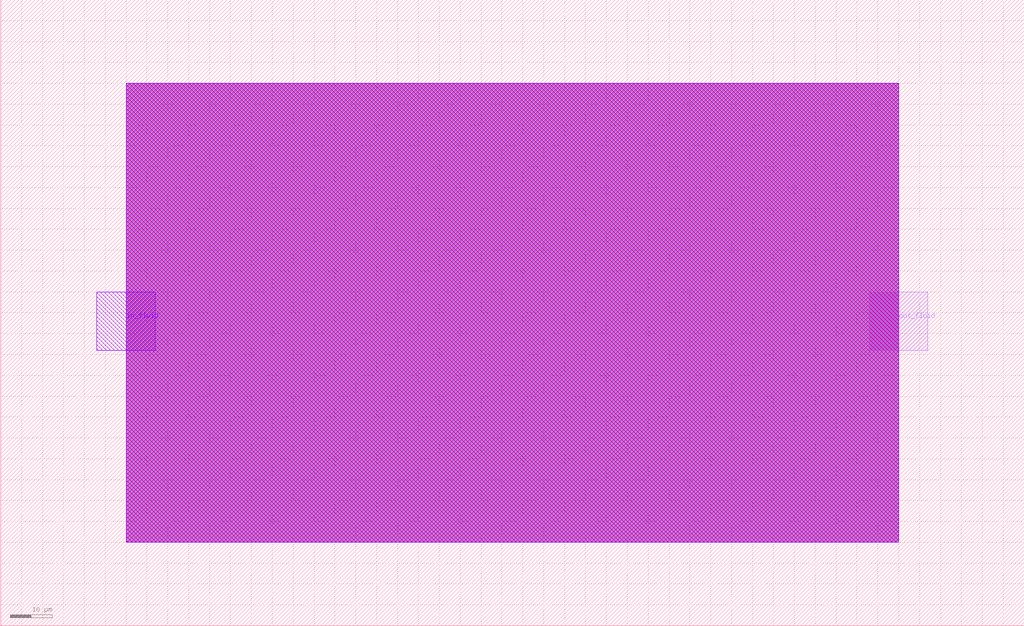
<source format=lef>

MACRO directional_res_1000nl
  CLASS CORE ;
  ORIGIN  0 0 ;
  FOREIGN directional_res_1000nl 0 0 ;
  SIZE 245 BY 150 ;
  SYMMETRY X Y ;
  SITE CoreSite ;
  PIN in_fluid
    DIRECTION INPUT ;
    USE SIGNAL ;
    PORT
      LAYER met8 ;
        RECT 23 66 37 80 ;
    END
  END in_fluid
  PIN out_fluid
    DIRECTION OUTPUT ;
    USE SIGNAL ;
    PORT
      LAYER met1 ;
        RECT 208 66 222 80 ;
    END
  END out_fluid
  OBS
    LAYER met1 ;
      RECT 30 20 215 130 ;
    LAYER met2 ;
      RECT 30 20 215 130 ;
    LAYER met3 ;
      RECT 30 20 215 130 ;
    LAYER met4 ;
      RECT 30 20 215 130 ;
    LAYER met5 ;
      RECT 30 20 215 130 ;
    LAYER met6 ;
      RECT 30 20 215 130 ;
    LAYER met7 ;
      RECT 30 20 215 130 ;
    LAYER met8 ;
      RECT 30 20 215 130 ;
  END
  PROPERTY CatenaDesignType "deviceLevel" ;
END directional_res_1000nl

</source>
